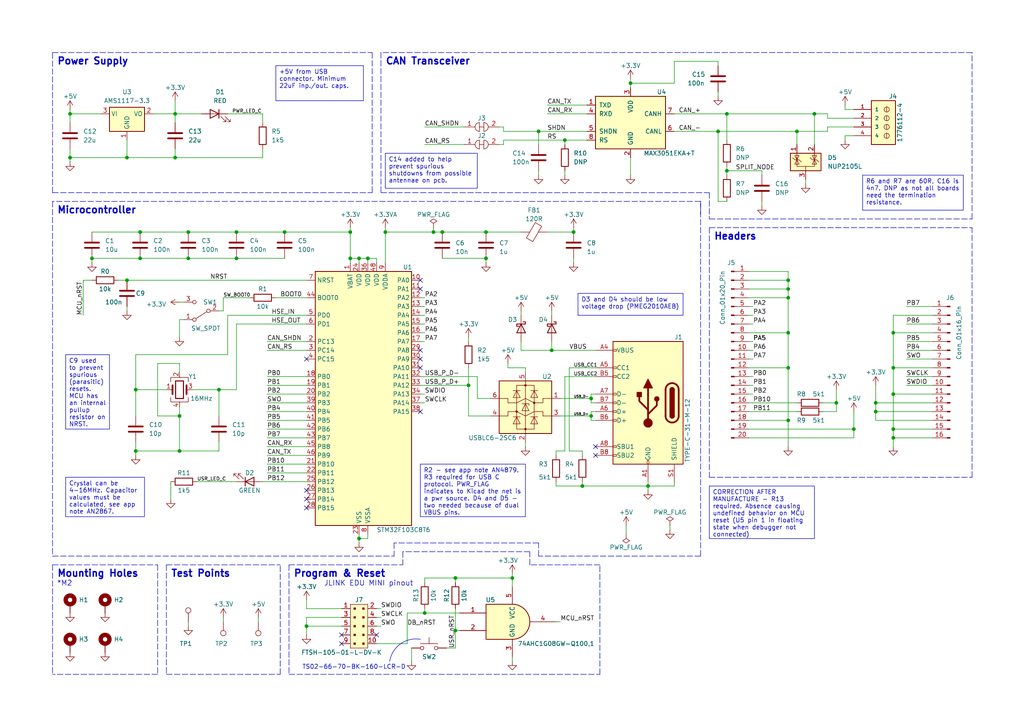
<source format=kicad_sch>
(kicad_sch (version 20230121) (generator eeschema)
  (paper "A4")
  (title_block (title "canpill ") (date "2024-02-04") (rev "1") (company "Ian Lodes") (comment 1 "(Adapted from a design by Philip Salmony (Phil's Lab))"))
  (junction (at 40.64 74.93))
  (junction (at 231.14 38.1))
  (junction (at 63.5 113.03))
  (junction (at 82.55 67.31))
  (junction (at 68.58 67.31))
  (junction (at 40.64 67.31))
  (junction (at 140.97 74.93))
  (junction (at 20.32 33.02))
  (junction (at 26.67 74.93))
  (junction (at 68.58 74.93))
  (junction (at 148.59 167.64))
  (junction (at 123.19 177.8))
  (junction (at 182.88 24.13))
  (junction (at 236.22 33.02))
  (junction (at 50.8 45.72))
  (junction (at 104.14 156.21))
  (junction (at 259.08 96.52))
  (junction (at 20.32 45.72))
  (junction (at 228.6 96.52))
  (junction (at 135.89 111.76))
  (junction (at 259.08 106.68))
  (junction (at 171.45 120.65))
  (junction (at 125.73 67.31))
  (junction (at 156.21 38.1))
  (junction (at 36.83 45.72))
  (junction (at 254 116.84))
  (junction (at 36.83 81.28))
  (junction (at 228.6 106.68))
  (junction (at 160.02 101.6))
  (junction (at 140.97 67.31))
  (junction (at 128.27 67.31))
  (junction (at 259.08 114.3))
  (junction (at 52.07 120.65))
  (junction (at 101.6 67.31))
  (junction (at 259.08 127))
  (junction (at 50.8 33.02))
  (junction (at 228.6 83.82))
  (junction (at 54.61 67.31))
  (junction (at 52.07 130.81))
  (junction (at 228.6 86.36))
  (junction (at 39.37 130.81))
  (junction (at 104.14 74.93))
  (junction (at 106.68 74.93))
  (junction (at 111.76 67.31))
  (junction (at 242.57 116.84))
  (junction (at 54.61 74.93))
  (junction (at 101.6 74.93))
  (junction (at 163.83 40.64))
  (junction (at 247.65 124.46))
  (junction (at 166.37 67.31))
  (junction (at 210.82 49.53))
  (junction (at 168.91 140.97))
  (junction (at 88.9 181.61))
  (junction (at 132.08 182.88))
  (junction (at 210.82 33.02))
  (junction (at 39.37 113.03))
  (junction (at 187.96 140.97))
  (junction (at 259.08 124.46))
  (junction (at 228.6 121.92))
  (junction (at 208.28 38.1))
  (junction (at 228.6 81.28))
  (junction (at 132.08 167.64))
  (junction (at 254 119.38))
  (junction (at 171.45 115.57))
  (no_connect (at 99.06 186.69))
  (no_connect (at 109.22 184.15))
  (no_connect (at 121.92 83.82))
  (no_connect (at 88.9 144.78))
  (no_connect (at 121.92 81.28))
  (no_connect (at 99.06 184.15))
  (no_connect (at 172.72 132.08))
  (no_connect (at 172.72 129.54))
  (no_connect (at 121.92 101.6))
  (no_connect (at 121.92 104.14))
  (no_connect (at 88.9 142.24))
  (no_connect (at 121.92 119.38))
  (no_connect (at 121.92 106.68))
  (no_connect (at 88.9 147.32))
  (no_connect (at 88.9 104.14))
  (wire (pts (xy 128.27 74.93) (xy 140.97 74.93)))
  (wire (pts (xy 118.11 186.69) (xy 109.22 186.69)))
  (wire (pts (xy 77.47 134.62) (xy 88.9 134.62)))
  (wire (pts (xy 66.04 33.02) (xy 76.2 33.02)))
  (wire (pts (xy 104.14 156.21) (xy 106.68 156.21)))
  (wire (pts (xy 142.24 115.57) (xy 138.43 115.57)))
  (wire (pts (xy 54.61 74.93) (xy 68.58 74.93)))
  (wire (pts (xy 217.17 101.6) (xy 218.44 101.6)))
  (polyline (pts (xy 48.26 163.83) (xy 81.28 163.83)) (stroke (width 0) (type dash)))
  (wire (pts (xy 77.47 99.06) (xy 88.9 99.06)))
  (wire (pts (xy 121.92 93.98) (xy 123.19 93.98)))
  (wire (pts (xy 217.17 111.76) (xy 218.44 111.76)))
  (wire (pts (xy 162.56 120.65) (xy 171.45 120.65)))
  (wire (pts (xy 77.47 127) (xy 88.9 127)))
  (polyline (pts (xy 203.2 161.29) (xy 156.21 161.29)) (stroke (width 0) (type dash)))
  (wire (pts (xy 187.96 139.7) (xy 187.96 140.97)))
  (polyline (pts (xy 205.74 138.43) (xy 281.94 138.43)) (stroke (width 0) (type dash)))
  (wire (pts (xy 144.78 41.91) (xy 146.05 41.91)))
  (wire (pts (xy 146.05 40.64) (xy 163.83 40.64)))
  (wire (pts (xy 247.65 119.38) (xy 247.65 124.46)))
  (wire (pts (xy 245.11 39.37) (xy 245.11 40.64)))
  (wire (pts (xy 171.45 121.92) (xy 172.72 121.92)))
  (wire (pts (xy 135.89 111.76) (xy 135.89 120.65)))
  (polyline (pts (xy 203.2 161.29) (xy 203.2 58.42)) (stroke (width 0) (type dash)))
  (wire (pts (xy 45.72 120.65) (xy 52.07 120.65)))
  (polyline (pts (xy 15.24 55.88) (xy 107.95 55.88)) (stroke (width 0) (type dash)))
  (wire (pts (xy 168.91 130.81) (xy 168.91 132.08)))
  (wire (pts (xy 228.6 96.52) (xy 228.6 106.68)))
  (wire (pts (xy 259.08 124.46) (xy 259.08 127)))
  (wire (pts (xy 63.5 113.03) (xy 63.5 120.65)))
  (wire (pts (xy 88.9 181.61) (xy 99.06 181.61)))
  (wire (pts (xy 52.07 130.81) (xy 63.5 130.81)))
  (wire (pts (xy 158.75 67.31) (xy 166.37 67.31)))
  (wire (pts (xy 20.32 43.18) (xy 20.32 45.72)))
  (wire (pts (xy 262.89 104.14) (xy 270.51 104.14)))
  (wire (pts (xy 50.8 33.02) (xy 58.42 33.02)))
  (wire (pts (xy 66.04 102.87) (xy 39.37 102.87)))
  (wire (pts (xy 52.07 92.71) (xy 52.07 97.79)))
  (polyline (pts (xy 173.99 195.58) (xy 173.99 163.83)) (stroke (width 0) (type dash)))
  (wire (pts (xy 125.73 67.31) (xy 111.76 67.31)))
  (polyline (pts (xy 281.94 138.43) (xy 281.94 66.04)) (stroke (width 0) (type dash)))
  (wire (pts (xy 217.17 91.44) (xy 218.44 91.44)))
  (wire (pts (xy 259.08 91.44) (xy 270.51 91.44)))
  (wire (pts (xy 54.61 180.34) (xy 54.61 181.61)))
  (wire (pts (xy 77.47 137.16) (xy 88.9 137.16)))
  (wire (pts (xy 262.89 101.6) (xy 270.51 101.6)))
  (wire (pts (xy 57.15 139.7) (xy 68.58 139.7)))
  (polyline (pts (xy 205.74 55.88) (xy 205.74 63.5)) (stroke (width 0) (type dash)))
  (wire (pts (xy 160.02 99.06) (xy 160.02 101.6)))
  (polyline (pts (xy 110.49 15.24) (xy 110.49 55.88)) (stroke (width 0) (type dash)))
  (wire (pts (xy 156.21 38.1) (xy 156.21 41.91)))
  (polyline (pts (xy 83.82 163.83) (xy 83.82 195.58)) (stroke (width 0) (type dash)))
  (polyline (pts (xy 15.24 161.29) (xy 114.3 161.29)) (stroke (width 0) (type dash)))
  (wire (pts (xy 165.1 106.68) (xy 172.72 106.68)))
  (wire (pts (xy 161.29 140.97) (xy 168.91 140.97)))
  (wire (pts (xy 231.14 38.1) (xy 240.03 38.1)))
  (wire (pts (xy 77.47 116.84) (xy 88.9 116.84)))
  (wire (pts (xy 217.17 124.46) (xy 247.65 124.46)))
  (polyline (pts (xy 15.24 163.83) (xy 15.24 195.58)) (stroke (width 0) (type dash)))
  (wire (pts (xy 26.67 74.93) (xy 40.64 74.93)))
  (wire (pts (xy 77.47 129.54) (xy 88.9 129.54)))
  (wire (pts (xy 217.17 83.82) (xy 228.6 83.82)))
  (wire (pts (xy 20.32 31.75) (xy 20.32 33.02)))
  (wire (pts (xy 39.37 113.03) (xy 39.37 120.65)))
  (polyline (pts (xy 45.72 195.58) (xy 15.24 195.58)) (stroke (width 0) (type dash)))
  (polyline (pts (xy 48.26 163.83) (xy 48.26 195.58)) (stroke (width 0) (type dash)))
  (wire (pts (xy 166.37 66.04) (xy 166.37 67.31)))
  (polyline (pts (xy 110.49 55.88) (xy 205.74 55.88)) (stroke (width 0) (type dash)))
  (wire (pts (xy 156.21 49.53) (xy 156.21 50.8)))
  (wire (pts (xy 77.47 114.3) (xy 88.9 114.3)))
  (wire (pts (xy 240.03 38.1) (xy 240.03 36.83)))
  (wire (pts (xy 217.17 88.9) (xy 218.44 88.9)))
  (wire (pts (xy 217.17 116.84) (xy 231.14 116.84)))
  (wire (pts (xy 181.61 152.4) (xy 181.61 154.94)))
  (wire (pts (xy 135.89 106.68) (xy 135.89 111.76)))
  (wire (pts (xy 217.17 106.68) (xy 228.6 106.68)))
  (wire (pts (xy 144.78 36.83) (xy 146.05 36.83)))
  (wire (pts (xy 161.29 180.34) (xy 162.56 180.34)))
  (wire (pts (xy 109.22 74.93) (xy 109.22 76.2)))
  (wire (pts (xy 123.19 168.91) (xy 123.19 167.64)))
  (polyline (pts (xy 15.24 15.24) (xy 107.95 15.24)) (stroke (width 0) (type dash)))
  (wire (pts (xy 259.08 106.68) (xy 270.51 106.68)))
  (wire (pts (xy 123.19 41.91) (xy 134.62 41.91)))
  (wire (pts (xy 123.19 177.8) (xy 133.35 177.8)))
  (wire (pts (xy 63.5 90.17) (xy 64.77 90.17)))
  (wire (pts (xy 262.89 88.9) (xy 270.51 88.9)))
  (wire (pts (xy 52.07 118.11) (xy 52.07 120.65)))
  (wire (pts (xy 210.82 49.53) (xy 220.98 49.53)))
  (wire (pts (xy 163.83 41.91) (xy 163.83 40.64)))
  (wire (pts (xy 240.03 34.29) (xy 247.65 34.29)))
  (wire (pts (xy 52.07 87.63) (xy 53.34 87.63)))
  (wire (pts (xy 138.43 109.22) (xy 138.43 115.57)))
  (wire (pts (xy 77.47 109.22) (xy 88.9 109.22)))
  (wire (pts (xy 68.58 67.31) (xy 82.55 67.31)))
  (wire (pts (xy 20.32 33.02) (xy 29.21 33.02)))
  (wire (pts (xy 194.31 152.4) (xy 194.31 153.67)))
  (wire (pts (xy 228.6 106.68) (xy 228.6 121.92)))
  (wire (pts (xy 52.07 105.41) (xy 45.72 105.41)))
  (wire (pts (xy 128.27 67.31) (xy 140.97 67.31)))
  (wire (pts (xy 195.58 139.7) (xy 195.58 140.97)))
  (wire (pts (xy 63.5 113.03) (xy 68.58 113.03)))
  (wire (pts (xy 101.6 74.93) (xy 104.14 74.93)))
  (wire (pts (xy 66.04 91.44) (xy 88.9 91.44)))
  (polyline (pts (xy 114.3 157.48) (xy 114.3 161.29)) (stroke (width 0) (type dash)))
  (wire (pts (xy 121.92 111.76) (xy 135.89 111.76)))
  (wire (pts (xy 121.92 86.36) (xy 123.19 86.36)))
  (wire (pts (xy 161.29 139.7) (xy 161.29 140.97)))
  (wire (pts (xy 163.83 130.81) (xy 163.83 109.22)))
  (wire (pts (xy 259.08 96.52) (xy 270.51 96.52)))
  (wire (pts (xy 195.58 17.78) (xy 208.28 17.78)))
  (wire (pts (xy 208.28 58.42) (xy 208.28 38.1)))
  (wire (pts (xy 77.47 124.46) (xy 88.9 124.46)))
  (wire (pts (xy 231.14 38.1) (xy 231.14 41.91)))
  (wire (pts (xy 104.14 154.94) (xy 104.14 156.21)))
  (wire (pts (xy 101.6 74.93) (xy 101.6 76.2)))
  (wire (pts (xy 166.37 76.2) (xy 166.37 74.93)))
  (wire (pts (xy 161.29 130.81) (xy 163.83 130.81)))
  (wire (pts (xy 119.38 191.77) (xy 119.38 187.96)))
  (wire (pts (xy 163.83 49.53) (xy 163.83 50.8)))
  (wire (pts (xy 208.28 38.1) (xy 231.14 38.1)))
  (wire (pts (xy 121.92 91.44) (xy 123.19 91.44)))
  (wire (pts (xy 152.4 106.68) (xy 152.4 107.95)))
  (wire (pts (xy 240.03 36.83) (xy 247.65 36.83)))
  (wire (pts (xy 262.89 99.06) (xy 270.51 99.06)))
  (wire (pts (xy 217.17 99.06) (xy 218.44 99.06)))
  (wire (pts (xy 111.76 67.31) (xy 111.76 76.2)))
  (wire (pts (xy 26.67 67.31) (xy 40.64 67.31)))
  (wire (pts (xy 259.08 106.68) (xy 259.08 114.3)))
  (wire (pts (xy 259.08 114.3) (xy 259.08 124.46)))
  (wire (pts (xy 210.82 33.02) (xy 210.82 40.64)))
  (wire (pts (xy 50.8 33.02) (xy 50.8 35.56)))
  (wire (pts (xy 156.21 38.1) (xy 170.18 38.1)))
  (wire (pts (xy 259.08 91.44) (xy 259.08 96.52)))
  (polyline (pts (xy 15.24 163.83) (xy 45.72 163.83)) (stroke (width 0) (type dash)))
  (wire (pts (xy 228.6 78.74) (xy 228.6 81.28)))
  (wire (pts (xy 88.9 179.07) (xy 88.9 181.61)))
  (wire (pts (xy 210.82 49.53) (xy 210.82 50.8)))
  (wire (pts (xy 63.5 130.81) (xy 63.5 128.27)))
  (polyline (pts (xy 156.21 161.29) (xy 156.21 157.48)) (stroke (width 0) (type dash)))
  (wire (pts (xy 228.6 81.28) (xy 228.6 83.82)))
  (wire (pts (xy 262.89 111.76) (xy 270.51 111.76)))
  (polyline (pts (xy 15.24 58.42) (xy 15.24 161.29)) (stroke (width 0) (type dash)))
  (wire (pts (xy 208.28 17.78) (xy 208.28 19.05)))
  (wire (pts (xy 101.6 67.31) (xy 101.6 74.93)))
  (wire (pts (xy 135.89 97.79) (xy 135.89 99.06)))
  (wire (pts (xy 171.45 116.84) (xy 172.72 116.84)))
  (wire (pts (xy 82.55 67.31) (xy 101.6 67.31)))
  (wire (pts (xy 132.08 176.53) (xy 132.08 182.88)))
  (wire (pts (xy 34.29 81.28) (xy 36.83 81.28)))
  (wire (pts (xy 76.2 45.72) (xy 50.8 45.72)))
  (wire (pts (xy 118.11 177.8) (xy 118.11 186.69)))
  (wire (pts (xy 140.97 76.2) (xy 140.97 74.93)))
  (wire (pts (xy 217.17 86.36) (xy 228.6 86.36)))
  (wire (pts (xy 50.8 29.21) (xy 50.8 33.02)))
  (wire (pts (xy 254 116.84) (xy 254 119.38)))
  (wire (pts (xy 152.4 128.27) (xy 152.4 129.54)))
  (polyline (pts (xy 173.99 163.83) (xy 153.67 163.83)) (stroke (width 0) (type dash)))
  (wire (pts (xy 52.07 107.95) (xy 52.07 105.41)))
  (wire (pts (xy 171.45 120.65) (xy 171.45 121.92)))
  (wire (pts (xy 104.14 156.21) (xy 104.14 157.48)))
  (wire (pts (xy 148.59 166.37) (xy 148.59 167.64)))
  (wire (pts (xy 182.88 22.86) (xy 182.88 24.13)))
  (wire (pts (xy 121.92 109.22) (xy 138.43 109.22)))
  (polyline (pts (xy 156.21 157.48) (xy 114.3 157.48)) (stroke (width 0) (type dash)))
  (wire (pts (xy 242.57 116.84) (xy 242.57 119.38)))
  (wire (pts (xy 240.03 33.02) (xy 240.03 34.29)))
  (wire (pts (xy 158.75 33.02) (xy 170.18 33.02)))
  (wire (pts (xy 39.37 113.03) (xy 48.26 113.03)))
  (wire (pts (xy 220.98 58.42) (xy 220.98 59.69)))
  (wire (pts (xy 121.92 114.3) (xy 123.19 114.3)))
  (wire (pts (xy 168.91 139.7) (xy 168.91 140.97)))
  (polyline (pts (xy 281.94 63.5) (xy 281.94 15.24)) (stroke (width 0) (type dash)))
  (wire (pts (xy 135.89 120.65) (xy 142.24 120.65)))
  (wire (pts (xy 187.96 140.97) (xy 187.96 142.24)))
  (wire (pts (xy 228.6 121.92) (xy 228.6 129.54)))
  (wire (pts (xy 254 116.84) (xy 270.51 116.84)))
  (wire (pts (xy 182.88 24.13) (xy 182.88 25.4)))
  (wire (pts (xy 76.2 33.02) (xy 76.2 35.56)))
  (wire (pts (xy 68.58 93.98) (xy 88.9 93.98)))
  (wire (pts (xy 64.77 179.07) (xy 64.77 180.34)))
  (wire (pts (xy 132.08 168.91) (xy 132.08 167.64)))
  (wire (pts (xy 217.17 81.28) (xy 228.6 81.28)))
  (wire (pts (xy 64.77 90.17) (xy 64.77 86.36)))
  (wire (pts (xy 195.58 33.02) (xy 210.82 33.02)))
  (wire (pts (xy 45.72 105.41) (xy 45.72 120.65)))
  (wire (pts (xy 217.17 121.92) (xy 228.6 121.92)))
  (wire (pts (xy 233.68 53.34) (xy 233.68 52.07)))
  (polyline (pts (xy 116.84 160.02) (xy 116.84 163.83)) (stroke (width 0) (type dash)))
  (wire (pts (xy 68.58 74.93) (xy 82.55 74.93)))
  (wire (pts (xy 163.83 40.64) (xy 170.18 40.64)))
  (wire (pts (xy 158.75 30.48) (xy 170.18 30.48)))
  (wire (pts (xy 36.83 45.72) (xy 50.8 45.72)))
  (wire (pts (xy 52.07 120.65) (xy 52.07 130.81)))
  (wire (pts (xy 36.83 40.64) (xy 36.83 45.72)))
  (wire (pts (xy 254 119.38) (xy 254 121.92)))
  (wire (pts (xy 210.82 48.26) (xy 210.82 49.53)))
  (wire (pts (xy 76.2 43.18) (xy 76.2 45.72)))
  (wire (pts (xy 228.6 83.82) (xy 228.6 86.36)))
  (wire (pts (xy 217.17 96.52) (xy 228.6 96.52)))
  (wire (pts (xy 121.92 96.52) (xy 123.19 96.52)))
  (wire (pts (xy 146.05 41.91) (xy 146.05 40.64)))
  (wire (pts (xy 109.22 179.07) (xy 110.49 179.07)))
  (wire (pts (xy 161.29 132.08) (xy 161.29 130.81)))
  (polyline (pts (xy 15.24 55.88) (xy 15.24 15.24)) (stroke (width 0) (type dash)))
  (wire (pts (xy 77.47 119.38) (xy 88.9 119.38)))
  (wire (pts (xy 129.54 187.96) (xy 132.08 187.96)))
  (wire (pts (xy 54.61 67.31) (xy 68.58 67.31)))
  (wire (pts (xy 217.17 104.14) (xy 218.44 104.14)))
  (wire (pts (xy 68.58 113.03) (xy 68.58 93.98)))
  (wire (pts (xy 262.89 109.22) (xy 270.51 109.22)))
  (wire (pts (xy 259.08 127) (xy 259.08 129.54)))
  (wire (pts (xy 236.22 33.02) (xy 240.03 33.02)))
  (wire (pts (xy 109.22 181.61) (xy 110.49 181.61)))
  (wire (pts (xy 195.58 38.1) (xy 208.28 38.1)))
  (wire (pts (xy 162.56 115.57) (xy 171.45 115.57)))
  (wire (pts (xy 147.32 106.68) (xy 152.4 106.68)))
  (wire (pts (xy 262.89 93.98) (xy 270.51 93.98)))
  (wire (pts (xy 259.08 127) (xy 270.51 127)))
  (wire (pts (xy 106.68 74.93) (xy 106.68 76.2)))
  (wire (pts (xy 104.14 74.93) (xy 106.68 74.93)))
  (wire (pts (xy 77.47 132.08) (xy 88.9 132.08)))
  (wire (pts (xy 182.88 24.13) (xy 195.58 24.13)))
  (wire (pts (xy 76.2 139.7) (xy 88.9 139.7)))
  (wire (pts (xy 24.13 91.44) (xy 24.13 81.28)))
  (wire (pts (xy 125.73 66.04) (xy 125.73 67.31)))
  (wire (pts (xy 195.58 24.13) (xy 195.58 17.78)))
  (wire (pts (xy 160.02 101.6) (xy 172.72 101.6)))
  (wire (pts (xy 99.06 179.07) (xy 88.9 179.07)))
  (wire (pts (xy 182.88 45.72) (xy 182.88 50.8)))
  (wire (pts (xy 101.6 66.04) (xy 101.6 67.31)))
  (wire (pts (xy 160.02 90.17) (xy 160.02 91.44)))
  (wire (pts (xy 163.83 109.22) (xy 172.72 109.22)))
  (wire (pts (xy 99.06 176.53) (xy 88.9 176.53)))
  (polyline (pts (xy 281.94 15.24) (xy 110.49 15.24)) (stroke (width 0) (type dash)))
  (wire (pts (xy 151.13 101.6) (xy 160.02 101.6)))
  (wire (pts (xy 26.67 74.93) (xy 26.67 76.2)))
  (wire (pts (xy 148.59 167.64) (xy 148.59 170.18)))
  (wire (pts (xy 210.82 33.02) (xy 236.22 33.02)))
  (wire (pts (xy 165.1 106.68) (xy 165.1 130.81)))
  (polyline (pts (xy 83.82 195.58) (xy 173.99 195.58)) (stroke (width 0) (type dash)))
  (wire (pts (xy 39.37 128.27) (xy 39.37 130.81)))
  (wire (pts (xy 106.68 154.94) (xy 106.68 156.21)))
  (wire (pts (xy 88.9 181.61) (xy 88.9 184.15)))
  (wire (pts (xy 39.37 130.81) (xy 39.37 132.08)))
  (wire (pts (xy 53.34 92.71) (xy 52.07 92.71)))
  (polyline (pts (xy 153.67 163.83) (xy 153.67 160.02)) (stroke (width 0) (type dash)))
  (polyline (pts (xy 205.74 63.5) (xy 281.94 63.5)) (stroke (width 0) (type dash)))
  (wire (pts (xy 121.92 116.84) (xy 123.19 116.84)))
  (wire (pts (xy 40.64 67.31) (xy 54.61 67.31)))
  (wire (pts (xy 146.05 36.83) (xy 146.05 38.1)))
  (wire (pts (xy 187.96 140.97) (xy 195.58 140.97)))
  (wire (pts (xy 77.47 101.6) (xy 88.9 101.6)))
  (wire (pts (xy 77.47 121.92) (xy 88.9 121.92)))
  (wire (pts (xy 254 121.92) (xy 270.51 121.92)))
  (wire (pts (xy 171.45 119.38) (xy 171.45 120.65)))
  (wire (pts (xy 64.77 86.36) (xy 72.39 86.36)))
  (wire (pts (xy 146.05 38.1) (xy 156.21 38.1)))
  (wire (pts (xy 220.98 49.53) (xy 220.98 50.8)))
  (polyline (pts (xy 203.2 58.42) (xy 203.2 62.23)) (stroke (width 0) (type dash)))
  (polyline (pts (xy 45.72 163.83) (xy 45.72 195.58)) (stroke (width 0) (type dash)))
  (wire (pts (xy 245.11 39.37) (xy 247.65 39.37)))
  (wire (pts (xy 140.97 67.31) (xy 151.13 67.31)))
  (polyline (pts (xy 205.74 66.04) (xy 205.74 138.43)) (stroke (width 0) (type dash)))
  (wire (pts (xy 40.64 74.93) (xy 54.61 74.93)))
  (wire (pts (xy 245.11 30.48) (xy 245.11 31.75)))
  (wire (pts (xy 210.82 58.42) (xy 208.28 58.42)))
  (wire (pts (xy 88.9 173.99) (xy 88.9 176.53)))
  (polyline (pts (xy 81.28 195.58) (xy 81.28 163.83)) (stroke (width 0) (type dash)))
  (wire (pts (xy 39.37 130.81) (xy 52.07 130.81)))
  (wire (pts (xy 74.93 179.07) (xy 74.93 180.34)))
  (wire (pts (xy 118.11 177.8) (xy 123.19 177.8)))
  (wire (pts (xy 20.32 35.56) (xy 20.32 33.02)))
  (wire (pts (xy 236.22 33.02) (xy 236.22 41.91)))
  (wire (pts (xy 172.72 114.3) (xy 171.45 114.3)))
  (wire (pts (xy 123.19 36.83) (xy 134.62 36.83)))
  (wire (pts (xy 165.1 130.81) (xy 168.91 130.81)))
  (polyline (pts (xy 205.74 66.04) (xy 281.94 66.04)) (stroke (width 0) (type dash)))
  (wire (pts (xy 247.65 124.46) (xy 247.65 127)))
  (wire (pts (xy 49.53 139.7) (xy 49.53 144.78)))
  (polyline (pts (xy 48.26 195.58) (xy 81.28 195.58)) (stroke (width 0) (type dash)))
  (wire (pts (xy 254 119.38) (xy 270.51 119.38)))
  (polyline (pts (xy 153.67 160.02) (xy 116.84 160.02)) (stroke (width 0) (type dash)))
  (wire (pts (xy 245.11 31.75) (xy 247.65 31.75)))
  (wire (pts (xy 111.76 66.04) (xy 111.76 67.31)))
  (wire (pts (xy 123.19 176.53) (xy 123.19 177.8)))
  (wire (pts (xy 238.76 116.84) (xy 242.57 116.84)))
  (wire (pts (xy 50.8 45.72) (xy 50.8 43.18)))
  (wire (pts (xy 123.19 167.64) (xy 132.08 167.64)))
  (wire (pts (xy 132.08 182.88) (xy 133.35 182.88)))
  (wire (pts (xy 121.92 88.9) (xy 123.19 88.9)))
  (wire (pts (xy 168.91 140.97) (xy 187.96 140.97)))
  (wire (pts (xy 217.17 114.3) (xy 218.44 114.3)))
  (polyline (pts (xy 203.2 58.42) (xy 15.24 58.42)) (stroke (width 0) (type dash)))
  (wire (pts (xy 128.27 67.31) (xy 125.73 67.31)))
  (wire (pts (xy 39.37 102.87) (xy 39.37 113.03)))
  (wire (pts (xy 228.6 86.36) (xy 228.6 96.52)))
  (wire (pts (xy 242.57 113.03) (xy 242.57 116.84)))
  (wire (pts (xy 217.17 109.22) (xy 218.44 109.22)))
  (wire (pts (xy 217.17 93.98) (xy 218.44 93.98)))
  (wire (pts (xy 171.45 114.3) (xy 171.45 115.57)))
  (wire (pts (xy 20.32 45.72) (xy 36.83 45.72)))
  (polyline (pts (xy 83.82 163.83) (xy 116.84 163.83)) (stroke (width 0) (type dash)))
  (wire (pts (xy 104.14 74.93) (xy 104.14 76.2)))
  (wire (pts (xy 80.01 86.36) (xy 88.9 86.36)))
  (wire (pts (xy 109.22 176.53) (xy 110.49 176.53)))
  (wire (pts (xy 106.68 74.93) (xy 109.22 74.93)))
  (wire (pts (xy 132.08 167.64) (xy 148.59 167.64)))
  (wire (pts (xy 254 111.76) (xy 254 116.84)))
  (wire (pts (xy 55.88 113.03) (xy 63.5 113.03)))
  (wire (pts (xy 172.72 119.38) (xy 171.45 119.38)))
  (wire (pts (xy 147.32 105.41) (xy 147.32 106.68)))
  (wire (pts (xy 208.28 26.67) (xy 208.28 27.94)))
  (wire (pts (xy 259.08 114.3) (xy 270.51 114.3)))
  (wire (pts (xy 171.45 115.57) (xy 171.45 116.84)))
  (wire (pts (xy 259.08 124.46) (xy 270.51 124.46)))
  (wire (pts (xy 36.83 81.28) (xy 88.9 81.28)))
  (wire (pts (xy 132.08 187.96) (xy 132.08 182.88)))
  (wire (pts (xy 66.04 91.44) (xy 66.04 102.87)))
  (wire (pts (xy 24.13 81.28) (xy 26.67 81.28)))
  (wire (pts (xy 148.59 190.5) (xy 148.59 191.77)))
  (wire (pts (xy 217.17 78.74) (xy 228.6 78.74)))
  (wire (pts (xy 36.83 88.9) (xy 36.83 90.17)))
  (wire (pts (xy 77.47 111.76) (xy 88.9 111.76)))
  (wire (pts (xy 121.92 99.06) (xy 123.19 99.06)))
  (wire (pts (xy 151.13 90.17) (xy 151.13 91.44)))
  (wire (pts (xy 217.17 119.38) (xy 231.14 119.38)))
  (polyline (pts (xy 107.95 15.24) (xy 107.95 55.88)) (stroke (width 0) (type dash)))
  (wire (pts (xy 44.45 33.02) (xy 50.8 33.02)))
  (wire (pts (xy 151.13 101.6) (xy 151.13 99.06)))
  (wire (pts (xy 20.32 45.72) (xy 20.32 46.99)))
  (wire (pts (xy 242.57 119.38) (xy 238.76 119.38)))
  (wire (pts (xy 217.17 127) (xy 247.65 127)))
  (wire (pts (xy 259.08 96.52) (xy 259.08 106.68)))
  (arc (start 113.03 191.77) (mid 116.1599 186.7538) (end 121.92 185.42))
  (text_box "Crystal can be 4-16MHz. Capacitor values must be calculated, see app note AN2867." (at 19.05 138.43 0) (size 22.86 11.43) (effects (font (size 1.27 1.27)) (justify left top)))
  (text_box "C14 added to help prevent spurious shutdowns from possible antennae on pcb." (at 111.76 44.45 0) (size 26.67 10.16) (fill (type color)) (effects (font (size 1.27 1.27)) (justify left top)))
  (text_box "C9 used to prevent spurious (parasitic) resets. MCU has an internal pullup resistor on NRST." (at 19.05 102.87 0) (size 12.7 21.59) (effects (font (size 1.27 1.27)) (justify left top)))
  (text_box "D3 and D4 should be low voltage drop (PMEG2010AEB)" (at 167.64 85.09 0) (size 30.48 6.35) (fill (type color)) (effects (font (size 1.27 1.27)) (justify left top)))
  (text_box "+5V from USB connector. Minimum 22uF inp./out. caps.\n" (at 80.01 19.05 0) (size 25.4 10.16) (fill (type color)) (effects (font (size 1.27 1.27)) (justify left top)))
  (text_box "CORRECTION AFTER MANUFACTURE - R13 required. Absence causing undefined behavior on MCU reset (U5 pin 1 in floating state when debugger not connected)" (at 205.74 140.97 0) (size 30.48 15.24) (fill (type color)) (effects (font (size 1.27 1.27)) (justify left top)))
  (text_box "R2 - see app note AN4879. R3 required for USB C protocol. PWR_FLAG indicates to Kicad the net is a pwr source. D4 and D5 - two needed because of dual VBUS pins." (at 121.92 134.62 0) (size 30.48 15.24) (fill (type color)) (effects (font (size 1.27 1.27)) (justify left top)))
  (text_box "R6 and R7 are 60R, C16 is 4n7. DNP as not all boards need the termination resistance." (at 250.19 50.8 0) (size 29.21 10.16) (fill (type color)) (effects (font (size 1.27 1.27)) (justify left top)))
  (text "Power Supply" (at 16.51 19.05 0) (effects (font (size 2 2) (thickness 0.4) bold) (justify left bottom)))
  (text "TS02-66-70-BK-160-LCR-D" (at 87.63 194.31 0) (effects (font (size 1.27 1.27)) (justify left bottom)))
  (text "Mounting Holes\n" (at 16.51 167.64 0) (effects (font (size 2 2) (thickness 0.4) bold) (justify left bottom)))
  (text "JLINK EDU MINI pinout" (at 93.98 170.18 0) (effects (font (size 1.5 1.5)) (justify left bottom)))
  (text "Headers" (at 207.01 69.85 0) (effects (font (size 2 2) (thickness 0.4) bold) (justify left bottom)))
  (text "Microcontroller\n" (at 16.51 62.23 0) (effects (font (size 2 2) (thickness 0.4) bold) (justify left bottom)))
  (text "*M2" (at 16.51 170.18 0) (effects (font (size 1.5 1.5)) (justify left bottom)))
  (text "Test Points" (at 49.53 167.64 0) (effects (font (size 2 2) (thickness 0.4) bold) (justify left bottom)))
  (text "CAN Transceiver\n" (at 111.76 19.05 0) (effects (font (size 2 2) (thickness 0.4) bold) (justify left bottom)))
  (text "Program & Reset" (at 85.09 167.64 0) (effects (font (size 2 2) (thickness 0.4) bold) (justify left bottom)))
  (label "CAN_RX" (at 158.75 33.02 0))
  (label "MCU_nRST" (at 162.56 180.34 0))
  (label "USB_P_D-" (at 123.19 109.22 0))
  (label "CAN_SHDN" (at 123.19 36.83 0))
  (label "PB10" (at 218.44 116.84 0))
  (label "BOOT0" (at 81.28 86.36 0))
  (label "PB6" (at 262.89 93.98 0))
  (label "USB_CC1" (at 166.37 106.68 0) (effects (font (size 1 1))))
  (label "USB_D-" (at 166.37 115.57 0) (effects (font (size 0.7 0.7))))
  (label "SWO" (at 262.89 104.14 0))
  (label "PB4" (at 77.47 119.38 0))
  (label "SWDIO" (at 110.49 176.53 0))
  (label "CAN_RX" (at 77.47 129.54 0))
  (label "PB1" (at 77.47 111.76 0))
  (label "SPLIT_NODE" (at 213.36 49.53 0))
  (label "SWCLK" (at 123.19 116.84 0))
  (label "SHDN" (at 158.75 38.1 0))
  (label "PA6" (at 218.44 101.6 0))
  (label "PB10" (at 77.47 134.62 0))
  (label "PB7" (at 262.89 88.9 0))
  (label "CAN_SHDN" (at 77.47 99.06 0))
  (label "MCU_nRST" (at 24.13 91.44 90))
  (label "SW_BOOT0" (at 64.77 86.36 0) (effects (font (size 1 1))))
  (label "NRST" (at 60.96 81.28 0))
  (label "RS" (at 158.75 40.64 0))
  (label "DB_nRST" (at 118.11 181.61 0))
  (label "PA5" (at 123.19 93.98 0))
  (label "SWO" (at 110.49 181.61 0))
  (label "VBUS" (at 165.1 101.6 0))
  (label "SWO" (at 77.47 116.84 0))
  (label "PB1" (at 218.44 111.76 0))
  (label "HSE_OUT" (at 78.74 93.98 0))
  (label "CAN_TX" (at 77.47 132.08 0))
  (label "CAN_+" (at 196.85 33.02 0))
  (label "PB7" (at 77.47 127 0))
  (label "PWR_LED_C" (at 67.31 33.02 0) (effects (font (size 1 1))))
  (label "PB4" (at 262.89 101.6 0))
  (label "PB6" (at 77.47 124.46 0))
  (label "PB11" (at 77.47 137.16 0))
  (label "USB_CC2" (at 166.37 109.22 0) (effects (font (size 1 1))))
  (label "PB11" (at 218.44 119.38 0))
  (label "PA7" (at 218.44 104.14 0))
  (label "CAN_TX" (at 158.75 30.48 0))
  (label "PA6" (at 123.19 96.52 0))
  (label "HSE_IN" (at 78.74 91.44 0))
  (label "PA2" (at 123.19 86.36 0))
  (label "PA2" (at 218.44 88.9 0))
  (label "SWCLK" (at 110.49 179.07 0))
  (label "USR_nRST" (at 132.08 187.96 90))
  (label "CAN_-" (at 196.85 38.1 0))
  (label "PB5" (at 262.89 99.06 0))
  (label "PB2" (at 218.44 114.3 0))
  (label "SWDIO" (at 123.19 114.3 0))
  (label "USR_LED_C" (at 57.15 139.7 0) (effects (font (size 1 1))))
  (label "PA5" (at 218.44 99.06 0))
  (label "PA4" (at 218.44 93.98 0))
  (label "PB0" (at 77.47 109.22 0))
  (label "SWDIO" (at 262.89 111.76 0))
  (label "PB2" (at 77.47 114.3 0))
  (label "CAN_RS" (at 123.19 41.91 0))
  (label "PA3" (at 123.19 88.9 0))
  (label "PA3" (at 218.44 91.44 0))
  (label "PB5" (at 77.47 121.92 0))
  (label "PA4" (at 123.19 91.44 0))
  (label "PA5" (at 218.44 99.06 0))
  (label "PA7" (at 123.19 99.06 0))
  (label "PB0" (at 218.44 109.22 0))
  (label "CAN_RS" (at 77.47 101.6 0))
  (label "USB_P_D+" (at 123.19 111.76 0))
  (label "SWCLK" (at 262.89 109.22 0))
  (label "PB12" (at 77.47 139.7 0))
  (label "USB_D+" (at 166.37 120.65 0) (effects (font (size 0.7 0.7))))
  (symbol (lib_id "Regulator_Linear:AMS1117-3.3") (at 36.83 33.02 0) (unit 1)
    (property "Reference" "U3" (at 36.83 26.67 0))
    (property "Value" "AMS1117-3.3" (at 36.83 29.21 0))
    (property "Footprint" "Package_TO_SOT_SMD:SOT-223-3_TabPin2" (effects hide))
    (property "Datasheet" "http://www.advanced-monolithic.com/pdf/ds1117.pdf" (effects hide))
  )
  (symbol (lib_id "power:GND") (at 140.97 76.2 0) (unit 1)
    (property "Reference" "#PWR06" (effects hide))
    (property "Value" "GND" (effects hide))
  )
  (symbol (lib_id "Mechanical:MountingHole_Pad") (at 30.48 186.69 0) (unit 1)
    (property "Reference" "H4" (at 33.02 185.42 0) (effects (justify left)))
    (property "Value" "MountingHole_Pad" (effects hide))
    (property "Footprint" "MountingHole:MountingHole_2.2mm_M2_DIN965_Pad" (effects hide))
  )
  (symbol (lib_id "power:PWR_FLAG") (at 125.73 66.04 0) (unit 1)
    (property "Reference" "#FLG01" (effects hide))
    (property "Value" "PWR_FLAG" (at 125.73 62.23 0))
  )
  (symbol (lib_id "power:GND") (at 245.11 40.64 0) (unit 1)
    (property "Reference" "#PWR038" (effects hide))
    (property "Value" "GND" (effects hide))
  )
  (symbol (lib_id "power:GND") (at 166.37 76.2 0) (unit 1)
    (property "Reference" "#PWR05" (effects hide))
    (property "Value" "GND" (effects hide))
  )
  (symbol (lib_id "power:+3.3VA") (at 111.76 66.04 0) (unit 1)
    (property "Reference" "#PWR04" (effects hide))
    (property "Value" "+3.3VA" (at 111.76 62.23 0))
  )
  (symbol (lib_id "power:GND") (at 36.83 90.17 0) (unit 1)
    (property "Reference" "#PWR011" (effects hide))
    (property "Value" "GND" (effects hide))
  )
  (symbol (lib_id "power:GND") (at 26.67 76.2 0) (unit 1)
    (property "Reference" "#PWR03" (effects hide))
    (property "Value" "GND" (effects hide))
  )
  (symbol (lib_id "power:GND") (at 156.21 50.8 0) (unit 1)
    (property "Reference" "#PWR041" (effects hide))
    (property "Value" "GND" (effects hide))
  )
  (symbol (lib_id "Device:R") (at 161.29 135.89 0) (unit 1)
    (property "Reference" "R3" (at 156.21 134.62 0) (effects (justify left)))
    (property "Value" "5k1" (at 156.21 138.43 0) (effects (justify left)))
    (property "Footprint" "Resistor_SMD:R_0402_1005Metric" (effects hide))
  )
  (symbol (lib_id "power:GND") (at 20.32 177.8 0) (unit 1)
    (property "Reference" "#PWR048" (effects hide))
    (property "Value" "GND" (effects hide))
  )
  (symbol (lib_id "power:+5V") (at 160.02 90.17 0) (unit 1)
    (property "Reference" "#PWR034" (effects hide))
    (property "Value" "+5V" (at 160.02 86.36 0))
  )
  (symbol (lib_id "power:GND") (at 104.14 157.48 0) (unit 1)
    (property "Reference" "#PWR01" (effects hide))
    (property "Value" "GND" (effects hide))
  )
  (symbol (lib_id "power:GND") (at 39.37 132.08 0) (unit 1)
    (property "Reference" "#PWR012" (effects hide))
    (property "Value" "GND" (effects hide))
  )
  (symbol (lib_id "Device:R") (at 132.08 172.72 180) (unit 1)
    (property "Reference" "R12" (at 129.54 172.72 90))
    (property "Value" "10k" (at 134.62 172.72 90))
    (property "Footprint" "Resistor_SMD:R_0402_1005Metric" (effects hide))
  )
  (symbol (lib_id "power:GND") (at 88.9 184.15 0) (unit 1)
    (property "Reference" "#PWR043" (effects hide))
    (property "Value" "GND" (effects hide))
  )
  (symbol (lib_id "Connector:Conn_01x20_Pin") (at 212.09 101.6 0) (unit 1)
    (property "Reference" "J5" (at 212.09 76.2 0))
    (property "Value" "Conn_01x20_Pin" (at 209.55 86.36 90))
    (property "Footprint" "Connector_PinHeader_2.54mm:PinHeader_1x20_P2.54mm_Vertical" (effects hide))
  )
  (symbol (lib_id "Device:R") (at 234.95 116.84 90) (unit 1)
    (property "Reference" "R8" (at 232.41 114.3 90))
    (property "Value" "5k1" (at 237.49 114.3 90))
    (property "Footprint" "Resistor_SMD:R_0402_1005Metric" (effects hide))
  )
  (symbol (lib_id "power:+5V") (at 147.32 105.41 0) (unit 1)
    (property "Reference" "#PWR035" (effects hide))
    (property "Value" "+5V" (at 147.32 101.6 0))
  )
  (symbol (lib_id "Connector:TestPoint") (at 64.77 180.34 180) (unit 1)
    (property "Reference" "TP2" (at 66.04 186.69 0) (effects (justify left)))
    (property "Value" "TestPoint" (effects hide))
    (property "Footprint" "TestPoint:TestPoint_Pad_D1.0mm" (effects hide))
  )
  (symbol (lib_id "Connector:TestPoint") (at 74.93 180.34 180) (unit 1)
    (property "Reference" "TP3" (at 76.2 186.69 0) (effects (justify left)))
    (property "Value" "TestPoint" (effects hide))
    (property "Footprint" "TestPoint:TestPoint_Pad_D1.0mm" (effects hide))
  )
  (symbol (lib_id "Mechanical:MountingHole_Pad") (at 20.32 175.26 0) (unit 1)
    (property "Reference" "H1" (at 22.86 173.99 0) (effects (justify left)))
    (property "Value" "MountingHole_Pad" (effects hide))
    (property "Footprint" "MountingHole:MountingHole_2.2mm_M2_DIN965_Pad" (effects hide))
  )
  (symbol (lib_id "Device:R") (at 163.83 45.72 0) (unit 1)
    (property "Reference" "R10" (at 166.37 44.45 0) (effects (justify left)))
    (property "Value" "DNP" (at 166.37 46.99 0) (effects (justify left)))
    (property "Footprint" "Resistor_THT:R_Axial_DIN0207_L6.3mm_D2.5mm_P7.62mm_Horizontal" (effects hide))
  )
  (symbol (lib_id "Device:R") (at 135.89 102.87 0) (unit 1)
    (property "Reference" "R2" (at 138.43 101.6 0) (effects (justify left)))
    (property "Value" "1k5" (at 138.43 104.14 0) (effects (justify left)))
    (property "Footprint" "Resistor_SMD:R_0402_1005Metric" (effects hide))
  )
  (symbol (lib_id "Device:C") (at 54.61 71.12 0) (unit 1)
    (property "Reference" "C3" (at 58.42 69.85 0) (effects (justify left)))
    (property "Value" "100n" (at 58.42 72.39 0) (effects (justify left)))
    (property "Footprint" "Capacitor_SMD:C_0402_1005Metric" (effects hide))
  )
  (symbol (lib_id "Mechanical:MountingHole_Pad") (at 30.48 175.26 0) (unit 1)
    (property "Reference" "H2" (at 33.02 173.99 0) (effects (justify left)))
    (property "Value" "MountingHole_Pad" (effects hide))
    (property "Footprint" "MountingHole:MountingHole_2.2mm_M2_DIN965_Pad" (effects hide))
  )
  (symbol (lib_id "power:GND") (at 182.88 50.8 0) (unit 1)
    (property "Reference" "#PWR031" (effects hide))
    (property "Value" "GND" (effects hide))
  )
  (symbol (lib_id "power:+3.3V") (at 166.37 66.04 0) (unit 1)
    (property "Reference" "#PWR07" (effects hide))
    (property "Value" "+3.3V" (at 166.37 62.23 0))
  )
  (symbol (lib_id "Power_Protection:USBLC6-2SC6") (at 152.4 118.11 0) (mirror y) (unit 1)
    (property "Reference" "U2" (at 160.02 109.22 0) (effects (justify left)))
    (property "Value" "USBLC6-2SC6" (at 149.86 127 0) (effects (justify left)))
    (property "Footprint" "Package_TO_SOT_SMD:SOT-23-6" (effects hide))
    (property "Datasheet" "https://www.st.com/resource/en/datasheet/usblc6-2.pdf" (effects hide))
  )
  (symbol (lib_id "Device:C") (at 68.58 71.12 0) (unit 1)
    (property "Reference" "C4" (at 72.39 69.85 0) (effects (justify left)))
    (property "Value" "100n" (at 72.39 72.39 0) (effects (justify left)))
    (property "Footprint" "Capacitor_SMD:C_0402_1005Metric" (effects hide))
  )
  (symbol (lib_id "Device:FerriteBead") (at 154.94 67.31 90) (unit 1)
    (property "Reference" "FB1" (at 154.8892 60.96 90))
    (property "Value" "120R" (at 154.8892 63.5 90))
    (property "Footprint" "Inductor_SMD:L_0603_1608Metric" (effects hide))
  )
  (symbol (lib_id "power:PWR_FLAG") (at 181.61 154.94 180) (unit 1)
    (property "Reference" "#FLG03" (effects hide))
    (property "Value" "PWR_FLAG" (at 181.61 158.75 0))
  )
  (symbol (lib_id "74xGxx:74AHC1G08") (at 148.59 180.34 0) (unit 1)
    (property "Reference" "U5" (at 142.24 173.99 0))
    (property "Value" "74AHC1G08GW-Q100,1" (at 161.29 186.69 0))
    (property "Footprint" "74AHC1G08GW_Q100_1-2:SOT65P210X110-5N" (effects hide))
    (property "Datasheet" "http://www.ti.com/lit/sg/scyt129e/scyt129e.pdf" (effects hide))
  )
  (symbol (lib_id "power:GND") (at 228.6 129.54 0) (unit 1)
    (property "Reference" "#PWR023" (effects hide))
    (property "Value" "GND" (effects hide))
  )
  (symbol (lib_id "power:GND") (at 187.96 142.24 0) (unit 1)
    (property "Reference" "#PWR013" (effects hide))
    (property "Value" "GND" (effects hide))
  )
  (symbol (lib_id "power:+3.3V") (at 50.8 29.21 0) (unit 1)
    (property "Reference" "#PWR021" (effects hide))
    (property "Value" "+3.3V" (at 50.8 25.4 0))
  )
  (symbol (lib_id "Device:C") (at 40.64 71.12 0) (unit 1)
    (property "Reference" "C2" (at 44.45 69.85 0) (effects (justify left)))
    (property "Value" "100n" (at 44.45 72.39 0) (effects (justify left)))
    (property "Footprint" "Capacitor_SMD:C_0402_1005Metric" (effects hide))
  )
  (symbol (lib_id "Device:C") (at 156.21 45.72 0) (unit 1)
    (property "Reference" "C14" (at 148.59 44.45 0) (effects (justify left)))
    (property "Value" "100n" (at 148.59 46.99 0) (effects (justify left)))
    (property "Footprint" "Capacitor_SMD:C_0402_1005Metric" (effects hide))
  )
  (symbol (lib_id "power:+5V") (at 181.61 152.4 0) (unit 1)
    (property "Reference" "#PWR030" (effects hide))
    (property "Value" "+5V" (at 181.61 148.59 0))
  )
  (symbol (lib_id "Device:R") (at 123.19 172.72 180) (unit 1)
    (property "Reference" "R13" (at 120.65 172.72 90))
    (property "Value" "10k" (at 125.73 172.72 90))
    (property "Footprint" "Resistor_SMD:R_0402_1005Metric" (effects hide))
  )
  (symbol (lib_id "power:GND") (at 152.4 129.54 0) (unit 1)
    (property "Reference" "#PWR040" (effects hide))
    (property "Value" "GND" (effects hide))
  )
  (symbol (lib_id "power:+5V") (at 245.11 30.48 0) (unit 1)
    (property "Reference" "#PWR028" (effects hide))
    (property "Value" "+5V" (at 245.11 26.67 0))
  )
  (symbol (lib_id "power:GND") (at 194.31 153.67 0) (unit 1)
    (property "Reference" "#PWR029" (effects hide))
    (property "Value" "GND" (effects hide))
  )
  (symbol (lib_id "Switch:SW_Push") (at 124.46 187.96 0) (unit 1)
    (property "Reference" "SW2" (at 124.46 190.5 0))
    (property "Value" "SW_Push" (effects hide))
    (property "Footprint" "Button_Switch_THT:SW_PUSH_6mm" (effects hide))
  )
  (symbol (lib_id "dk_Shunts-Jumpers:5100TR") (at 139.7 41.91 0) (unit 1)
    (property "Reference" "J2" (at 139.7 39.37 0))
    (property "Value" "5100TR" (effects hide))
    (property "Footprint" "digikey-footprints:Jumper_Micro-Miniature_P5.31mm" (effects hide))
    (property "Datasheet" "http://www.keyelco.com/product-pdf.cfm?p=14019" (effects hide))
    (property "Digi-Key_PN" "36-5100CT-ND" (effects hide))
    (property "MPN" "5100TR" (effects hide))
    (property "Category" "Connectors, Interconnects" (effects hide))
    (property "Family" "Shunts, Jumpers" (effects hide))
    (property "DK_Datasheet_Link" "http://www.keyelco.com/product-pdf.cfm?p=14019" (effects hide))
    (property "DK_Detail_Page" "/product-detail/en/keystone-electronics/5100TR/36-5100CT-ND/5980633" (effects hide))
    (property "Description" "COMPACT SMT JUMPER" (effects hide))
    (property "Manufacturer" "Keystone Electronics" (effects hide))
    (property "Status" "Active" (effects hide))
  )
  (symbol (lib_id "power:GND") (at 30.48 189.23 0) (unit 1)
    (property "Reference" "#PWR046" (effects hide))
    (property "Value" "GND" (effects hide))
  )
  (symbol (lib_id "Device:D_Schottky") (at 160.02 95.25 270) (unit 1)
    (property "Reference" "D4" (at 156.21 92.71 90) (effects (justify left)))
    (property "Value" "D_Schottky" (effects hide))
    (property "Footprint" "Diode_SMD:D_SOD-523" (effects hide))
  )
  (symbol (lib_id "power:+5V") (at 74.93 179.07 0) (unit 1)
    (property "Reference" "#PWR027" (effects hide))
    (property "Value" "+5V" (at 74.93 175.26 0))
  )
  (symbol (lib_id "power:+3.3V") (at 254 111.76 0) (unit 1)
    (property "Reference" "#PWR016" (effects hide))
    (property "Value" "+3.3V" (at 254 107.95 0))
  )
  (symbol (lib_id "power:+3.3V") (at 52.07 87.63 90) (unit 1)
    (property "Reference" "#PWR010" (effects hide))
    (property "Value" "+3.3V" (at 48.26 88.265 90) (effects (justify left)))
  )
  (symbol (lib_id "Device:C") (at 20.32 39.37 0) (unit 1)
    (property "Reference" "C12" (at 24.13 38.1 0) (effects (justify left)))
    (property "Value" "22u" (at 24.13 40.64 0) (effects (justify left)))
    (property "Footprint" "Capacitor_SMD:C_0805_2012Metric" (effects hide))
  )
  (symbol (lib_id "power:GND") (at 208.28 27.94 0) (unit 1)
    (property "Reference" "#PWR033" (effects hide))
    (property "Value" "GND" (effects hide))
  )
  (symbol (lib_id "Switch:SW_SPDT") (at 58.42 90.17 180) (unit 1)
    (property "Reference" "SW1" (at 60.96 87.63 0))
    (property "Value" "SW_SPDT" (at 59.69 95.25 0))
    (property "Footprint" "Button_Switch_SMD:SW_SPDT_PCM12" (effects hide))
  )
  (symbol (lib_id "Device:R") (at 234.95 119.38 90) (unit 1)
    (property "Reference" "R9" (at 232.41 121.92 90))
    (property "Value" "5k1" (at 237.49 121.92 90))
    (property "Footprint" "Resistor_SMD:R_0402_1005Metric" (effects hide))
  )
  (symbol (lib_id "Mechanical:MountingHole_Pad") (at 20.32 186.69 0) (unit 1)
    (property "Reference" "H3" (at 22.86 185.42 0) (effects (justify left)))
    (property "Value" "MountingHole_Pad" (effects hide))
    (property "Footprint" "MountingHole:MountingHole_2.2mm_M2_DIN965_Pad" (effects hide))
  )
  (symbol (lib_id "power:GND") (at 20.32 189.23 0) (unit 1)
    (property "Reference" "#PWR049" (effects hide))
    (property "Value" "GND" (effects hide))
  )
  (symbol (lib_id "power:GND") (at 49.53 144.78 0) (unit 1)
    (property "Reference" "#PWR032" (effects hide))
    (property "Value" "GND" (effects hide))
  )
  (symbol (lib_id "Connector:TestPoint") (at 54.61 180.34 0) (unit 1)
    (property "Reference" "TP1" (at 52.07 186.69 0) (effects (justify left)))
    (property "Value" "TestPoint" (effects hide))
    (property "Footprint" "TestPoint:TestPoint_Pad_D1.0mm" (effects hide))
  )
  (symbol (lib_id "power:GND") (at 54.61 181.61 0) (unit 1)
    (property "Reference" "#PWR022" (effects hide))
    (property "Value" "GND" (effects hide))
  )
  (symbol (lib_id "Device:C") (at 220.98 54.61 0) (unit 1)
    (property "Reference" "C16" (at 224.79 53.34 0) (effects (justify left)))
    (property "Value" "DNP" (at 224.79 55.88 0) (effects (justify left)))
    (property "Footprint" "Capacitor_SMD:C_0402_1005Metric" (effects hide))
  )
  (symbol (lib_id "Device:R") (at 168.91 135.89 0) (unit 1)
    (property "Reference" "R4" (at 163.83 134.62 0) (effects (justify left)))
    (property "Value" "5k1" (at 163.83 138.43 0) (effects (justify left)))
    (property "Footprint" "Resistor_SMD:R_0402_1005Metric" (effects hide))
  )
  (symbol (lib_id "power:+3.3V") (at 242.57 113.03 0) (unit 1)
    (property "Reference" "#PWR026" (effects hide))
    (property "Value" "+3.3V" (at 242.57 109.22 0))
  )
  (symbol (lib_id "1776112-4:1776112-4") (at 257.81 36.83 0) (unit 1)
    (property "Reference" "J4" (at 257.81 27.94 0) (effects (justify left)))
    (property "Value" "1776112-4" (at 260.985 41.275 90) (effects (justify left)))
    (property "Footprint" "1776112-4:TE_1776112-4" (effects hide))
    (property "Comment" "1776112-4" (effects hide))
    (property "MF" "TE Connectivity" (effects hide))
    (property "Description" "\nBuchanan Series 4 Position AWG 16-28 Black PCB Through Hole Terminal Block\n" (effects hide))
    (property "Package" "None" (effects hide))
    (property "Price" "None" (effects hide))
    (property "Check_prices" "https://www.snapeda.com/parts/1776112-4/TE+Connectivity+AMP+Connectors/view-part/?ref=eda" (effects hide))
    (property "STANDARD" "Manufacturer Recommendations" (effects hide))
    (property "PARTREV" "R" (effects hide))
    (property "SnapEDA_Link" "https://www.snapeda.com/parts/1776112-4/TE+Connectivity+AMP+Connectors/view-part/?ref=snap" (effects hide))
    (property "MP" "1776112-4" (effects hide))
    (property "Purchase-URL" "https://www.snapeda.com/api/url_track_click_mouser/?unipart_id=2470854&manufacturer=TE Connectivity&part_name=1776112-4&search_term=None" (effects hide))
    (property "Availability" "In Stock" (effects hide))
    (property "MANUFACTURER" "TE" (effects hide))
  )
  (symbol (lib_id "power:GND") (at 233.68 53.34 0) (unit 1)
    (property "Reference" "#PWR037" (effects hide))
    (property "Value" "GND" (effects hide))
  )
  (symbol (lib_id "power:+5V") (at 20.32 31.75 0) (unit 1)
    (property "Reference" "#PWR020" (effects hide))
    (property "Value" "+5V" (at 20.32 27.94 0))
  )
  (symbol (lib_id "Device:C") (at 208.28 22.86 0) (unit 1)
    (property "Reference" "C15" (at 200.66 21.59 0) (effects (justify left)))
    (property "Value" "100n" (at 199.39 24.13 0) (effects (justify left)))
    (property "Footprint" "Capacitor_SMD:C_0402_1005Metric" (effects hide))
  )
  (symbol (lib_id "Device:D_Schottky") (at 151.13 95.25 270) (unit 1)
    (property "Reference" "D3" (at 147.32 92.71 90) (effects (justify left)))
    (property "Value" "D_Schottky" (effects hide))
    (property "Footprint" "Diode_SMD:D_SOD-523" (effects hide))
  )
  (symbol (lib_id "Device:C") (at 63.5 124.46 0) (unit 1)
    (property "Reference" "C11" (at 67.31 123.19 0) (effects (justify left)))
    (property "Value" "10p" (at 67.31 125.73 0) (effects (justify left)))
    (property "Footprint" "Capacitor_SMD:C_0402_1005Metric" (effects hide))
  )
  (symbol (lib_id "Device:R") (at 76.2 86.36 90) (unit 1)
    (property "Reference" "R1" (at 76.2 83.82 90))
    (property "Value" "10k" (at 76.2 88.9 90))
    (property "Footprint" "Resistor_SMD:R_0402_1005Metric" (effects hide))
  )
  (symbol (lib_id "Device:C") (at 39.37 124.46 0) (unit 1)
    (property "Reference" "C10" (at 43.18 123.19 0) (effects (justify left)))
    (property "Value" "10p" (at 43.18 125.73 0) (effects (justify left)))
    (property "Footprint" "Capacitor_SMD:C_0402_1005Metric" (effects hide))
  )
  (symbol (lib_id "Device:R") (at 53.34 139.7 90) (unit 1)
    (property "Reference" "R11" (at 53.34 137.16 90))
    (property "Value" "1k5" (at 53.34 142.24 90))
    (property "Footprint" "Resistor_SMD:R_0402_1005Metric" (effects hide))
  )
  (symbol (lib_id "Device:C") (at 128.27 71.12 0) (unit 1)
    (property "Reference" "C6" (at 132.08 70.485 0) (effects (justify left)))
    (property "Value" "10n" (at 132.08 73.025 0) (effects (justify left)))
    (property "Footprint" "Capacitor_SMD:C_0402_1005Metric" (effects hide))
  )
  (symbol (lib_id "power:+3.3V") (at 182.88 22.86 0) (unit 1)
    (property "Reference" "#PWR017" (effects hide))
    (property "Value" "+3.3V" (at 182.88 19.05 0))
  )
  (symbol (lib_id "Connector:USB_C_Receptacle_USB2.0") (at 187.96 116.84 0) (mirror y) (unit 1)
    (property "Reference" "J1" (at 195.58 97.79 0) (effects (justify right)))
    (property "Value" "TYPE-C-31-M-12" (at 199.39 115.57 90) (effects (justify right)))
    (property "Footprint" "Connector_USB:USB_C_Receptacle_HRO_TYPE-C-31-M-12" (effects hide))
    (property "Datasheet" "https://www.usb.org/sites/default/files/documents/usb_type-c.zip" (effects hide))
  )
  (symbol (lib_id "Device:Crystal_GND24") (at 52.07 113.03 0) (unit 1)
    (property "Reference" "Y1" (at 55.88 109.22 0))
    (property "Value" "16MHz" (at 58.42 115.57 0))
    (property "Footprint" "Crystal:Crystal_SMD_3225-4Pin_3.2x2.5mm" (effects hide))
  )
  (symbol (lib_id "power:+5V") (at 151.13 90.17 0) (unit 1)
    (property "Reference" "#PWR014" (effects hide))
    (property "Value" "+5V" (at 151.13 86.36 0))
  )
  (symbol (lib_id "Power_Protection:NUP2105L") (at 233.68 46.99 0) (unit 1)
    (property "Reference" "D5" (at 240.03 45.72 0) (effects (justify left)))
    (property "Value" "NUP2105L" (at 240.03 48.26 0) (effects (justify left)))
    (property "Footprint" "Package_TO_SOT_SMD:SOT-23" (effects hide))
    (property "Datasheet" "http://www.onsemi.com/pub_link/Collateral/NUP2105L-D.PDF" (effects hide))
  )
  (symbol (lib_id "Device:C") (at 50.8 39.37 0) (unit 1)
    (property "Reference" "C13" (at 54.61 38.1 0) (effects (justify left)))
    (property "Value" "22u" (at 54.61 40.64 0) (effects (justify left)))
    (property "Footprint" "Capacitor_SMD:C_0805_2012Metric" (effects hide))
  )
  (symbol (lib_id "Device:C") (at 140.97 71.12 0) (unit 1)
    (property "Reference" "C7" (at 144.78 70.485 0) (effects (justify left)))
    (property "Value" "1u" (at 144.78 73.025 0) (effects (justify left)))
    (property "Footprint" "Capacitor_SMD:C_0402_1005Metric" (effects hide))
  )
  (symbol (lib_id "power:+3.3V") (at 148.59 166.37 0) (unit 1)
    (property "Reference" "#PWR045" (effects hide))
    (property "Value" "+3.3V" (at 147.32 162.56 0))
  )
  (symbol (lib_id "Device:C") (at 166.37 71.12 0) (unit 1)
    (property "Reference" "C8" (at 170.18 70.485 0) (effects (justify left)))
    (property "Value" "1u" (at 170.18 73.025 0) (effects (justify left)))
    (property "Footprint" "Capacitor_SMD:C_0402_1005Metric" (effects hide))
  )
  (symbol (lib_id "Device:R") (at 30.48 81.28 90) (unit 1)
    (property "Reference" "R0" (at 30.48 78.74 90))
    (property "Value" "10k" (at 30.48 83.82 90))
    (property "Footprint" "Resistor_SMD:R_0402_1005Metric" (effects hide))
  )
  (symbol (lib_id "power:+3.3V") (at 88.9 173.99 0) (unit 1)
    (property "Reference" "#PWR042" (effects hide))
    (property "Value" "+3.3V" (at 88.9 170.18 0))
  )
  (symbol (lib_id "Device:R") (at 210.82 44.45 0) (unit 1)
    (property "Reference" "R6" (at 213.36 43.18 0) (effects (justify left)))
    (property "Value" "DNP" (at 213.36 45.72 0) (effects (justify left)))
    (property "Footprint" "Resistor_SMD:R_0402_1005Metric" (effects hide))
  )
  (symbol (lib_id "Device:LED") (at 72.39 139.7 0) (mirror x) (unit 1)
    (property "Reference" "D2" (at 72.39 137.16 0))
    (property "Value" "GREEN" (at 72.39 142.24 0))
    (property "Footprint" "LED_SMD:LED_0603_1608Metric" (effects hide))
  )
  (symbol (lib_id "Connector:Conn_01x16_Pin") (at 275.59 106.68 0) (mirror y) (unit 1)
    (property "Reference" "J6" (at 275.59 86.36 0))
    (property "Value" "Conn_01x16_Pin" (at 278.13 96.52 90))
    (property "Footprint" "Connector_PinHeader_2.54mm:PinHeader_1x16_P2.54mm_Vertical" (effects hide))
  )
  (symbol (lib_id "Device:C") (at 26.67 71.12 0) (unit 1)
    (property "Reference" "C1" (at 30.48 69.85 0) (effects (justify left)))
    (property "Value" "10u" (at 30.48 72.39 0) (effects (justify left)))
    (property "Footprint" "Capacitor_SMD:C_0603_1608Metric" (effects hide))
  )
  (symbol (lib_id "Device:R") (at 76.2 39.37 0) (unit 1)
    (property "Reference" "R5" (at 78.74 38.1 0) (effects (justify left)))
    (property "Value" "1k5" (at 78.74 40.64 0) (effects (justify left)))
    (property "Footprint" "Resistor_SMD:R_0402_1005Metric" (effects hide))
  )
  (symbol (lib_id "power:GND") (at 220.98 59.69 0) (unit 1)
    (property "Reference" "#PWR039" (effects hide))
    (property "Value" "GND" (effects hide))
  )
  (symbol (lib_id "dk_Rectangular-Connectors-Headers-Male-Pins:FTSH-105-01-L-DV-K") (at 104.14 181.61 0) (unit 1)
    (property "Reference" "J7" (at 104.14 173.99 0))
    (property "Value" "FTSH-105-01-L-DV-K" (at 99.06 189.23 0))
    (property "Footprint" "digikey-footprints:PinHeader_2x5_P1.27_SMD" (effects hide))
    (property "Datasheet" "http://suddendocs.samtec.com/prints/ftsh-1xx-xx-xxx-dv-xxx-xxx-mkt.pdf" (effects hide))
    (property "Digi-Key_PN" "SAM8799-ND" (effects hide))
    (property "MPN" "FTSH-105-01-L-DV-K" (effects hide))
    (property "Category" "Connectors, Interconnects" (effects hide))
    (property "Family" "Rectangular Connectors - Headers, Male Pins" (effects hide))
    (property "DK_Datasheet_Link" "http://suddendocs.samtec.com/prints/ftsh-1xx-xx-xxx-dv-xxx-xxx-mkt.pdf" (effects hide))
    (property "DK_Detail_Page" "/product-detail/en/samtec-inc/FTSH-105-01-L-DV-K/SAM8799-ND/1875039" (effects hide))
    (property "Description" "CONN HEADER SMD 10POS 1.27MM" (effects hide))
    (property "Manufacturer" "Samtec Inc." (effects hide))
    (property "Status" "Active" (effects hide))
  )
  (symbol (lib_id "power:GND") (at 20.32 46.99 0) (unit 1)
    (property "Reference" "#PWR019" (effects hide))
    (property "Value" "GND" (effects hide))
  )
  (symbol (lib_id "power:GND") (at 259.08 129.54 0) (unit 1)
    (property "Reference" "#PWR024" (effects hide))
    (property "Value" "GND" (effects hide))
  )
  (symbol (lib_id "power:+3.3V") (at 101.6 66.04 0) (unit 1)
    (property "Reference" "#PWR02" (effects hide))
    (property "Value" "+3.3V" (at 101.6 62.23 0))
  )
  (symbol (lib_id "Device:C") (at 82.55 71.12 0) (unit 1)
    (property "Reference" "C5" (at 86.36 69.85 0) (effects (justify left)))
    (property "Value" "100n" (at 86.36 72.39 0) (effects (justify left)))
    (property "Footprint" "Capacitor_SMD:C_0402_1005Metric" (effects hide))
  )
  (symbol (lib_id "power:GND") (at 119.38 191.77 0) (unit 1)
    (property "Reference" "#PWR08" (effects hide))
    (property "Value" "GND" (effects hide))
  )
  (symbol (lib_id "Device:R") (at 210.82 54.61 0) (unit 1)
    (property "Reference" "R7" (at 213.36 53.34 0) (effects (justify left)))
    (property "Value" "DNP" (at 213.36 55.88 0) (effects (justify left)))
    (property "Footprint" "Resistor_SMD:R_0402_1005Metric" (effects hide))
  )
  (symbol (lib_id "power:+3.3V") (at 135.89 97.79 0) (unit 1)
    (property "Reference" "#PWR015" (effects hide))
    (property "Value" "+3.3V" (at 135.89 93.98 0))
  )
  (symbol (lib_id "power:+5V") (at 247.65 119.38 0) (unit 1)
    (property "Reference" "#PWR036" (effects hide))
    (property "Value" "+5V" (at 247.65 115.57 0))
  )
  (symbol (lib_id "dk_Shunts-Jumpers:5100TR") (at 139.7 36.83 0) (unit 1)
    (property "Reference" "J3" (at 139.7 34.29 0))
    (property "Value" "5100TR" (effects hide))
    (property "Footprint" "digikey-footprints:Jumper_Micro-Miniature_P5.31mm" (effects hide))
    (property "Datasheet" "http://www.keyelco.com/product-pdf.cfm?p=14019" (effects hide))
    (property "Digi-Key_PN" "36-5100CT-ND" (effects hide))
    (property "MPN" "5100TR" (effects hide))
    (property "Category" "Connectors, Interconnects" (effects hide))
    (property "Family" "Shunts, Jumpers" (effects hide))
    (property "DK_Datasheet_Link" "http://www.keyelco.com/product-pdf.cfm?p=14019" (effects hide))
    (property "DK_Detail_Page" "/product-detail/en/keystone-electronics/5100TR/36-5100CT-ND/5980633" (effects hide))
    (property "Description" "COMPACT SMT JUMPER" (effects hide))
    (property "Manufacturer" "Keystone Electronics" (effects hide))
    (property "Status" "Active" (effects hide))
  )
  (symbol (lib_id "power:+3.3V") (at 64.77 179.07 0) (unit 1)
    (property "Reference" "#PWR025" (effects hide))
    (property "Value" "+3.3V" (at 64.77 175.26 0))
  )
  (symbol (lib_id "power:GND") (at 148.59 191.77 0) (unit 1)
    (property "Reference" "#PWR044" (effects hide))
    (property "Value" "GND" (effects hide))
  )
  (symbol (lib_id "power:GND") (at 30.48 177.8 0) (unit 1)
    (property "Reference" "#PWR047" (effects hide))
    (property "Value" "GND" (effects hide))
  )
  (symbol (lib_id "Device:LED") (at 62.23 33.02 0) (mirror y) (unit 1)
    (property "Reference" "D1" (at 63.8175 26.67 0))
    (property "Value" "RED" (at 63.8175 29.21 0))
    (property "Footprint" "LED_SMD:LED_0603_1608Metric" (effects hide))
  )
  (symbol (lib_id "power:GND") (at 52.07 97.79 0) (unit 1)
    (property "Reference" "#PWR09" (effects hide))
    (property "Value" "GND" (effects hide))
  )
  (symbol (lib_id "power:GND") (at 163.83 50.8 0) (unit 1)
    (property "Reference" "#PWR018" (effects hide))
    (property "Value" "GND" (effects hide))
  )
  (symbol (lib_id "MCU_ST_STM32F1:STM32F103C8Tx") (at 104.14 116.84 0) (unit 1)
    (property "Reference" "U1" (at 116.84 77.47 0) (effects (justify left)))
    (property "Value" "STM32F103C8T6" (at 109.22 153.67 0) (effects (justify left)))
    (property "Footprint" "Package_QFP:LQFP-48_7x7mm_P0.5mm" (effects hide))
    (property "Datasheet" "https://www.st.com/resource/en/datasheet/stm32f103c8.pdf" (effects hide))
  )
  (symbol (lib_id "Interface_UART:MAX3051") (at 182.88 35.56 0) (unit 1)
    (property "Reference" "U4" (at 190.5 26.67 0) (effects (justify left)))
    (property "Value" "MAX3051EKA+T" (at 186.69 44.45 0) (effects (justify left)))
    (property "Footprint" "Package_TO_SOT_SMD:SOT-23-8" (effects hide))
    (property "Datasheet" "http://datasheets.maximintegrated.com/en/ds/MAX3051.pdf" (effects hide))
  )
  (symbol (lib_id "power:PWR_FLAG") (at 194.31 152.4 0) (unit 1)
    (property "Reference" "#FLG02" (effects hide))
    (property "Value" "PWR_FLAG" (at 194.31 148.59 0))
  )
  (symbol (lib_id "Device:C") (at 36.83 85.09 0) (unit 1)
    (property "Reference" "C9" (at 39.37 85.09 0) (effects (justify left)))
    (property "Value" "100n" (at 30.48 87.63 0) (effects (justify left)))
    (property "Footprint" "Capacitor_SMD:C_0402_1005Metric" (effects hide))
  )
)
</source>
